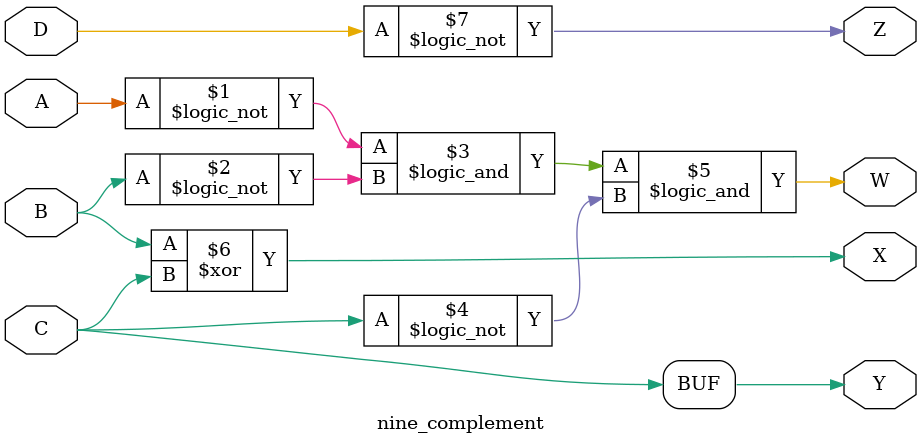
<source format=v>
module nine_complement(A,B,C,D,W,X,Y,Z);
input A,B,C,D;
output W,X,Y,Z;
assign W=!A && !B && !C;
assign X= B^C;
assign Y= C;
assign Z=!D;
endmodule 
</source>
